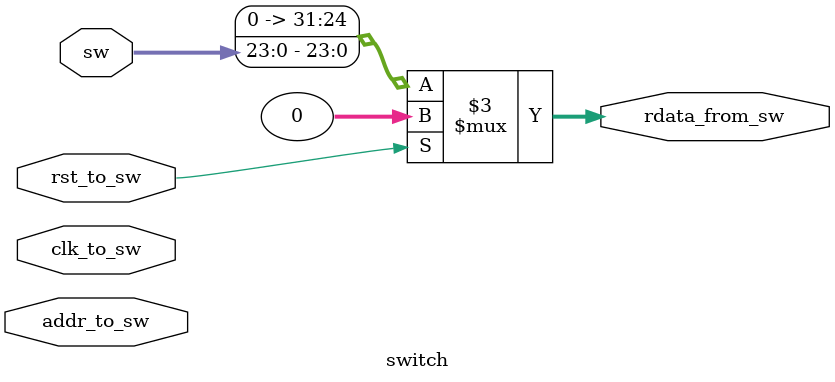
<source format=v>
module switch(
    input wire         rst_to_sw,    
    input wire         clk_to_sw,    
    input wire [31:0]  addr_to_sw,
    input wire [23:0]  sw,   
    output reg [31:0]  rdata_from_sw
    );
    always @(*) begin
        if(rst_to_sw) begin
            rdata_from_sw = 32'd0;
        end else begin
            rdata_from_sw = {8'd0, sw};
        end
    end
    
endmodule
</source>
